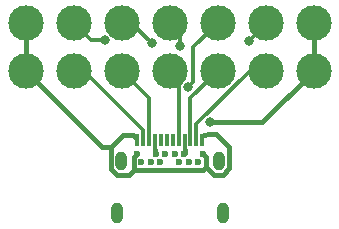
<source format=gbr>
%TF.GenerationSoftware,KiCad,Pcbnew,7.0.5*%
%TF.CreationDate,2024-03-09T10:44:32-05:00*%
%TF.ProjectId,female_connector,66656d61-6c65-45f6-936f-6e6e6563746f,rev?*%
%TF.SameCoordinates,Original*%
%TF.FileFunction,Copper,L1,Top*%
%TF.FilePolarity,Positive*%
%FSLAX46Y46*%
G04 Gerber Fmt 4.6, Leading zero omitted, Abs format (unit mm)*
G04 Created by KiCad (PCBNEW 7.0.5) date 2024-03-09 10:44:32*
%MOMM*%
%LPD*%
G01*
G04 APERTURE LIST*
%TA.AperFunction,ComponentPad*%
%ADD10O,1.000000X1.600000*%
%TD*%
%TA.AperFunction,ComponentPad*%
%ADD11O,1.000000X1.800000*%
%TD*%
%TA.AperFunction,SMDPad,CuDef*%
%ADD12R,0.300000X1.000000*%
%TD*%
%TA.AperFunction,ComponentPad*%
%ADD13C,0.600000*%
%TD*%
%TA.AperFunction,SMDPad,CuDef*%
%ADD14C,3.000000*%
%TD*%
%TA.AperFunction,ViaPad*%
%ADD15C,0.800000*%
%TD*%
%TA.AperFunction,Conductor*%
%ADD16C,0.300000*%
%TD*%
%TA.AperFunction,Conductor*%
%ADD17C,0.299800*%
%TD*%
%TA.AperFunction,Conductor*%
%ADD18C,0.400000*%
%TD*%
G04 APERTURE END LIST*
D10*
%TO.P,J2,1*%
%TO.N,N/C*%
X-4125000Y-5620000D03*
D11*
%TO.P,J2,2*%
X-4485000Y-10010000D03*
%TO.P,J2,3*%
X4485000Y-10010000D03*
D10*
%TO.P,J2,4*%
X4125000Y-5620000D03*
D12*
%TO.P,J2,A1,a1*%
%TO.N,GND*%
X-2750000Y-3810000D03*
%TO.P,J2,A2,a2*%
%TO.N,/CAN0_H*%
X-2250000Y-3810000D03*
%TO.P,J2,A3,a3*%
%TO.N,/CAN0_L*%
X-1750000Y-3810000D03*
%TO.P,J2,A4,a4*%
%TO.N,+12V*%
X-1250000Y-3810000D03*
%TO.P,J2,A5,a5*%
%TO.N,unconnected-(J2-a5-PadA5)*%
X-750000Y-3810000D03*
%TO.P,J2,A6,a6*%
%TO.N,unconnected-(J2-a6-PadA6)*%
X-250000Y-3810000D03*
%TO.P,J2,A7,a7*%
%TO.N,unconnected-(J2-a7-PadA7)*%
X250000Y-3810000D03*
%TO.P,J2,A8,A8*%
%TO.N,/SBU1*%
X750000Y-3810000D03*
%TO.P,J2,A9,a9*%
%TO.N,+12V*%
X1250000Y-3810000D03*
%TO.P,J2,A10,a10*%
%TO.N,/CAN1_L*%
X1750000Y-3810000D03*
%TO.P,J2,A11,a11*%
%TO.N,/CAN1_H*%
X2250000Y-3810000D03*
%TO.P,J2,A12,a12*%
%TO.N,GND*%
X2750000Y-3810000D03*
D13*
%TO.P,J2,B1,b1*%
X2800000Y-5020000D03*
%TO.P,J2,B2,b2*%
%TO.N,/CAN2_H*%
X2400000Y-5720000D03*
%TO.P,J2,B3,b3*%
%TO.N,/CAN2_L*%
X1600000Y-5720000D03*
%TO.P,J2,B4,b4*%
%TO.N,+12V*%
X1200000Y-5020000D03*
%TO.P,J2,B5,b5*%
%TO.N,unconnected-(J2-b5-PadB5)*%
X800000Y-5720000D03*
%TO.P,J2,B6,b6*%
%TO.N,unconnected-(J2-b6-PadB6)*%
X400000Y-5020000D03*
%TO.P,J2,B7,b7*%
%TO.N,unconnected-(J2-b7-PadB7)*%
X-400000Y-5020000D03*
%TO.P,J2,B8,b8*%
%TO.N,/SBU2*%
X-800000Y-5720000D03*
%TO.P,J2,B9,b9*%
%TO.N,+12V*%
X-1200000Y-5020000D03*
%TO.P,J2,B10,b10*%
%TO.N,/CAN3_L*%
X-1600000Y-5720000D03*
%TO.P,J2,B11,b11*%
%TO.N,/CAN3_H*%
X-2400000Y-5720000D03*
%TO.P,J2,B12,b12*%
%TO.N,GND*%
X-2800000Y-5020000D03*
%TD*%
D14*
%TO.P,J1,1,Pin_1a*%
%TO.N,GND*%
X-12192000Y6096000D03*
%TO.P,J1,2,Pin_2a*%
%TO.N,/CAN2_H*%
X-8128000Y6096000D03*
%TO.P,J1,3,Pin_3a*%
%TO.N,/CAN2_L*%
X-4064000Y6096000D03*
%TO.P,J1,4,Pin_4a*%
%TO.N,/SBU2*%
X0Y6096000D03*
%TO.P,J1,5,Pin_5a*%
%TO.N,/CAN3_H*%
X4064000Y6096000D03*
%TO.P,J1,6,Pin_6a*%
%TO.N,/CAN3_L*%
X8128000Y6096000D03*
%TO.P,J1,7,Pin_7a*%
%TO.N,+12V*%
X12192000Y6096000D03*
%TO.P,J1,8,Pin_1b*%
%TO.N,GND*%
X-12192000Y2032000D03*
%TO.P,J1,9,Pin_2b*%
%TO.N,/CAN0_H*%
X-8128000Y2032000D03*
%TO.P,J1,10,Pin_3b*%
%TO.N,/CAN0_L*%
X-4064000Y2032000D03*
%TO.P,J1,11,Pin_4b*%
%TO.N,/SBU1*%
X0Y2032000D03*
%TO.P,J1,12,Pin_5b*%
%TO.N,/CAN1_L*%
X4064000Y2032000D03*
%TO.P,J1,13,Pin_6b*%
%TO.N,/CAN1_H*%
X8128000Y2032000D03*
%TO.P,J1,14,Pin_7b*%
%TO.N,+12V*%
X12192000Y2032000D03*
%TD*%
D15*
%TO.N,/CAN3_H*%
X1553900Y634900D03*
%TO.N,/CAN3_L*%
X6729100Y4583800D03*
%TO.N,/SBU2*%
X904500Y4097100D03*
%TO.N,/CAN2_L*%
X-1532800Y4350000D03*
%TO.N,/CAN2_H*%
X-5487600Y4606000D03*
%TO.N,+12V*%
X3401200Y-2321000D03*
%TD*%
D16*
%TO.N,/CAN3_H*%
X1991400Y1072400D02*
X1553900Y634900D01*
X1991400Y4023400D02*
X1991400Y1072400D01*
X4064000Y6096000D02*
X1991400Y4023400D01*
%TO.N,/CAN3_L*%
X8128000Y5982700D02*
X6729100Y4583800D01*
X8128000Y6096000D02*
X8128000Y5982700D01*
%TO.N,/SBU2*%
X904500Y5191500D02*
X904500Y4097100D01*
X0Y6096000D02*
X904500Y5191500D01*
%TO.N,/CAN2_L*%
X-3278800Y6096000D02*
X-1532800Y4350000D01*
X-4064000Y6096000D02*
X-3278800Y6096000D01*
%TO.N,/CAN2_H*%
X-6638000Y4606000D02*
X-5487600Y4606000D01*
X-8128000Y6096000D02*
X-6638000Y4606000D01*
%TO.N,/CAN1_H*%
X2250000Y-3810000D02*
X2250000Y-3008100D01*
X2250000Y-2479700D02*
X2250000Y-3008100D01*
X6761700Y2032000D02*
X2250000Y-2479700D01*
X8128000Y2032000D02*
X6761700Y2032000D01*
%TO.N,/CAN1_L*%
X1750000Y-282000D02*
X1750000Y-3810000D01*
X4064000Y2032000D02*
X1750000Y-282000D01*
%TO.N,/SBU1*%
X750000Y1282000D02*
X0Y2032000D01*
X750000Y-3008100D02*
X750000Y1282000D01*
X750000Y-3810000D02*
X750000Y-3008100D01*
D17*
%TO.N,GND*%
X-2897700Y-3662300D02*
X-2750000Y-3810000D01*
D18*
X-12192000Y6096000D02*
X-12192000Y2032000D01*
X-5714900Y-4445100D02*
X-5020000Y-4445100D01*
X-12192000Y2032000D02*
X-5714900Y-4445100D01*
X-3148900Y-3411100D02*
X-2897700Y-3662300D01*
X-3986000Y-3411100D02*
X-3148900Y-3411100D01*
X-5020000Y-4445100D02*
X-3986000Y-3411100D01*
X-3488100Y-6807600D02*
X-3052600Y-6372100D01*
X-4476500Y-6807600D02*
X-3488100Y-6807600D01*
X-5020000Y-6264100D02*
X-4476500Y-6807600D01*
X-5020000Y-4445100D02*
X-5020000Y-6264100D01*
X-3052600Y-5272600D02*
X-2800000Y-5020000D01*
X-3052600Y-6372100D02*
X-3052600Y-5272600D01*
X2944900Y-3409600D02*
X2897700Y-3456800D01*
D17*
X2750000Y-3604500D02*
X2750000Y-3810000D01*
X2897700Y-3456800D02*
X2750000Y-3604500D01*
X3220200Y-3409600D02*
X2944900Y-3409600D01*
X3270500Y-3359300D02*
X3220200Y-3409600D01*
D18*
X3715400Y-6782100D02*
X3052700Y-6119400D01*
X4490600Y-6782100D02*
X3715400Y-6782100D01*
X5031700Y-6241000D02*
X4490600Y-6782100D01*
X5031700Y-4442300D02*
X5031700Y-6241000D01*
X3948700Y-3359300D02*
X5031700Y-4442300D01*
X3270500Y-3359300D02*
X3948700Y-3359300D01*
X2800000Y-6372100D02*
X3052700Y-6119400D01*
X-3052600Y-6372100D02*
X2800000Y-6372100D01*
X3052700Y-5272700D02*
X2800000Y-5020000D01*
X3052700Y-6119400D02*
X3052700Y-5272700D01*
D16*
%TO.N,/CAN0_L*%
X-1750000Y-282000D02*
X-1750000Y-3810000D01*
X-4064000Y2032000D02*
X-1750000Y-282000D01*
%TO.N,/CAN0_H*%
X-7290100Y2032000D02*
X-2250000Y-3008100D01*
X-8128000Y2032000D02*
X-7290100Y2032000D01*
X-2250000Y-3810000D02*
X-2250000Y-3008100D01*
D18*
%TO.N,+12V*%
X1250000Y-4970000D02*
X1250000Y-4662100D01*
X1200000Y-5020000D02*
X1250000Y-4970000D01*
D17*
X1250000Y-4662100D02*
X1250000Y-3810000D01*
D18*
X-1250000Y-4970000D02*
X-1250000Y-4662100D01*
X-1200000Y-5020000D02*
X-1250000Y-4970000D01*
D17*
X-1250000Y-4662100D02*
X-1250000Y-3810000D01*
D18*
X12192000Y6096000D02*
X12192000Y2032000D01*
X7839000Y-2321000D02*
X3401200Y-2321000D01*
X12192000Y2032000D02*
X7839000Y-2321000D01*
%TD*%
M02*

</source>
